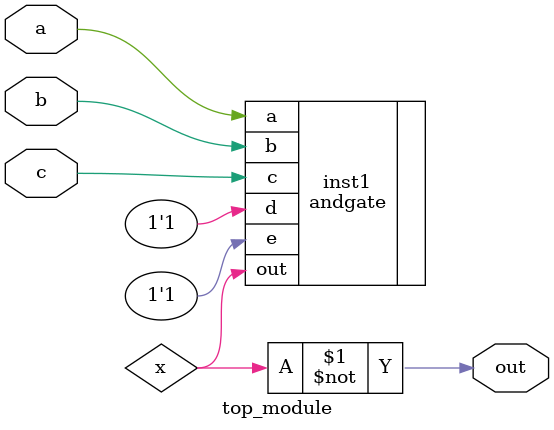
<source format=v>
module top_module(
    input a,
    input b,
    input c,
    output out);
    wire x;   // temporary variable for storing result of AND gate
    andgate inst1(.out(x), .a(a), .b(b), .c(c), .d(1'b1), .e(1'b1));
    assign out = ~x;
endmodule
</source>
